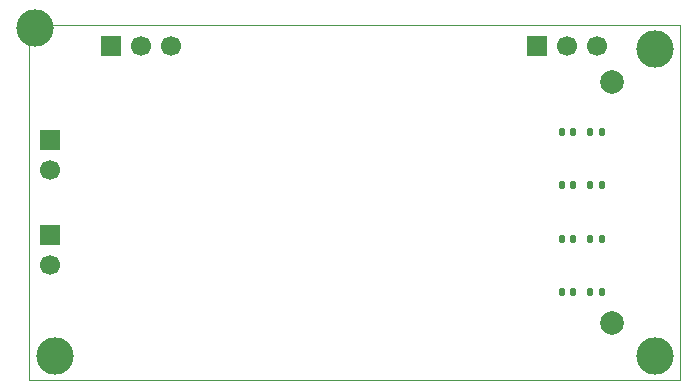
<source format=gbr>
%TF.GenerationSoftware,KiCad,Pcbnew,9.0.7*%
%TF.CreationDate,2026-02-18T13:17:12-07:00*%
%TF.ProjectId,AS_1471_Dash,41535f31-3437-4315-9f44-6173682e6b69,rev?*%
%TF.SameCoordinates,Original*%
%TF.FileFunction,Soldermask,Top*%
%TF.FilePolarity,Negative*%
%FSLAX46Y46*%
G04 Gerber Fmt 4.6, Leading zero omitted, Abs format (unit mm)*
G04 Created by KiCad (PCBNEW 9.0.7) date 2026-02-18 13:17:12*
%MOMM*%
%LPD*%
G01*
G04 APERTURE LIST*
G04 Aperture macros list*
%AMRoundRect*
0 Rectangle with rounded corners*
0 $1 Rounding radius*
0 $2 $3 $4 $5 $6 $7 $8 $9 X,Y pos of 4 corners*
0 Add a 4 corners polygon primitive as box body*
4,1,4,$2,$3,$4,$5,$6,$7,$8,$9,$2,$3,0*
0 Add four circle primitives for the rounded corners*
1,1,$1+$1,$2,$3*
1,1,$1+$1,$4,$5*
1,1,$1+$1,$6,$7*
1,1,$1+$1,$8,$9*
0 Add four rect primitives between the rounded corners*
20,1,$1+$1,$2,$3,$4,$5,0*
20,1,$1+$1,$4,$5,$6,$7,0*
20,1,$1+$1,$6,$7,$8,$9,0*
20,1,$1+$1,$8,$9,$2,$3,0*%
G04 Aperture macros list end*
%ADD10R,1.700000X1.700000*%
%ADD11C,1.700000*%
%ADD12C,2.000000*%
%ADD13RoundRect,0.135000X0.135000X0.185000X-0.135000X0.185000X-0.135000X-0.185000X0.135000X-0.185000X0*%
%ADD14RoundRect,0.147500X-0.147500X-0.172500X0.147500X-0.172500X0.147500X0.172500X-0.147500X0.172500X0*%
%ADD15C,3.175000*%
%TA.AperFunction,Profile*%
%ADD16C,0.050000*%
%TD*%
G04 APERTURE END LIST*
D10*
%TO.C,J6*%
X121800000Y-86010000D03*
D11*
X121800000Y-88550000D03*
%TD*%
D12*
%TO.C,TP1*%
X169357220Y-101526800D03*
%TD*%
D13*
%TO.C,R3*%
X168531000Y-94390733D03*
X167511000Y-94390733D03*
%TD*%
D10*
%TO.C,J4*%
X163075000Y-78050000D03*
D11*
X165615000Y-78050000D03*
X168155000Y-78050000D03*
%TD*%
D14*
%TO.C,D3*%
X165123000Y-94390733D03*
X166093000Y-94390733D03*
%TD*%
D13*
%TO.C,R4*%
X168531000Y-98925000D03*
X167511000Y-98925000D03*
%TD*%
%TO.C,R1*%
X168531000Y-85322200D03*
X167511000Y-85322200D03*
%TD*%
D14*
%TO.C,D4*%
X165123000Y-98925000D03*
X166093000Y-98925000D03*
%TD*%
%TO.C,D2*%
X165123000Y-89875000D03*
X166093000Y-89875000D03*
%TD*%
D10*
%TO.C,J7*%
X121800000Y-94100000D03*
D11*
X121800000Y-96640000D03*
%TD*%
D10*
%TO.C,J5*%
X127000000Y-78050000D03*
D11*
X129540000Y-78050000D03*
X132080000Y-78050000D03*
%TD*%
D14*
%TO.C,D1*%
X165123000Y-85322200D03*
X166093000Y-85322200D03*
%TD*%
D13*
%TO.C,R2*%
X168531000Y-89875000D03*
X167511000Y-89875000D03*
%TD*%
D12*
%TO.C,TP2*%
X169375000Y-81152540D03*
%TD*%
D15*
%TO.C,J1*%
X173042800Y-104301100D03*
X173042800Y-78355000D03*
X122207240Y-104301100D03*
X120563860Y-76551600D03*
%TD*%
D16*
X175180000Y-76275000D02*
X175180000Y-106385000D01*
X120000000Y-76275000D02*
X175180000Y-76275000D01*
X120000000Y-76275000D02*
X120000000Y-106385000D01*
X120000000Y-106385000D02*
X175180000Y-106385000D01*
M02*

</source>
